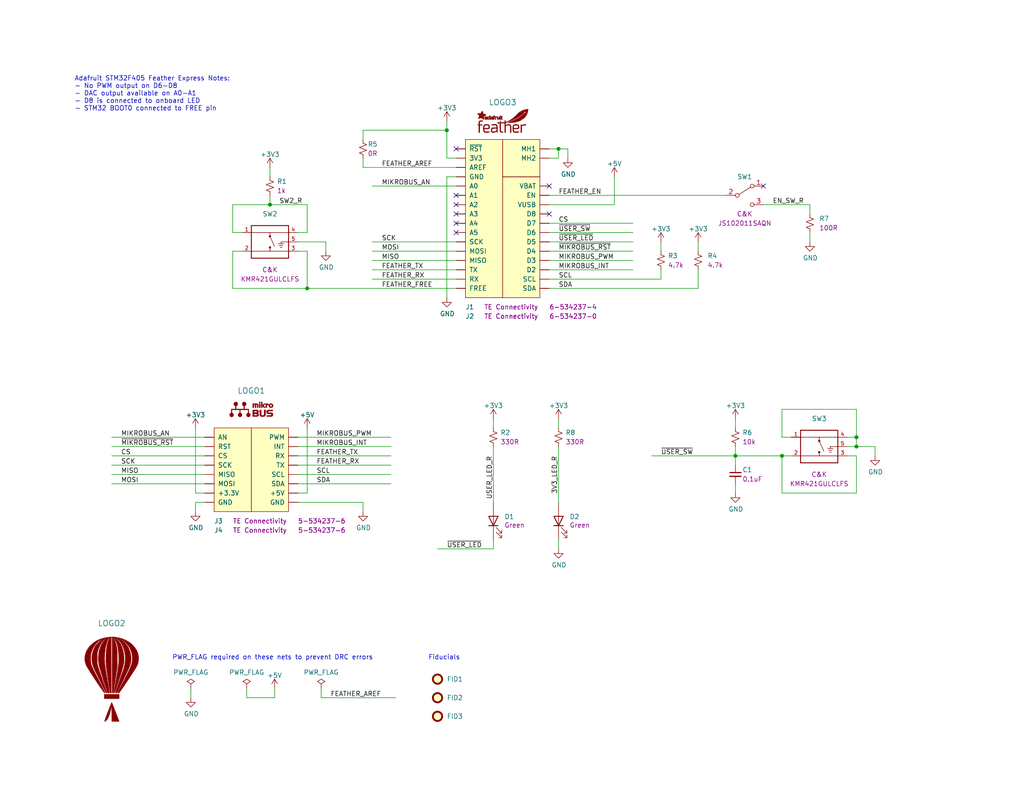
<source format=kicad_sch>
(kicad_sch (version 20210126) (generator eeschema)
  (paper "USLetter")
  (title_block (title "Feather mikroBUS V1") (date "2020-03-13") (rev "1") (company "Flying Camp Design") (comment 1 "https://FlyingCamp.Design") (comment 2 "© 2020 Flying Camp Design") (comment 3 "Licensed under CERN-OHL-P version 2"))
  (lib_symbols
    (symbol "Flying_Camp_Design:+3.3V" (power) (pin_names (offset 0))
      (property "Value" "+3.3V" (at 0 3.556 0))
      (symbol "+3.3V_1_1"
        (pin power_in line (at 0 0 90) (length 0) hide (name "+3V3") (number "1"))
      )
    )
    (symbol "Flying_Camp_Design:+5V" (power) (pin_names (offset 0))
      (property "Value" "+5V" (at 0 3.556 0))
      (symbol "+5V_1_1"
        (pin power_in line (at 0 0 90) (length 0) hide (name "+5V") (number "1"))
      )
    )
    (symbol "Flying_Camp_Design:Adafruit_Feather_logo_13.87x6.33mm_silkscreen" (pin_names (offset 1.016)))
    (symbol "Flying_Camp_Design:Adafruit_Feather_socket_header_left_pth" (pin_numbers hide) (pin_names (offset 1.016))
      (property "Reference" "J" (at 0 22.86 0))
      (property "Manufacturer" "TE Connectivity" (at 0 -25.4 0))
      (property "Manufacturer Part Number" "6-534237-4" (at 0 -27.94 0))
      (symbol "Adafruit_Feather_socket_header_left_pth_0_0"
        (pin power_out line (at -7.62 15.24 0) (length 2.54) (name "3V3") (number "3V3"))
        (pin passive line (at -7.62 7.62 0) (length 2.54) (name "A0") (number "A0"))
        (pin passive line (at -7.62 5.08 0) (length 2.54) (name "A1") (number "A1"))
        (pin passive line (at -7.62 2.54 0) (length 2.54) (name "A2") (number "A2"))
        (pin passive line (at -7.62 0 0) (length 2.54) (name "A3") (number "A3"))
        (pin passive line (at -7.62 -2.54 0) (length 2.54) (name "A4") (number "A4"))
        (pin passive line (at -7.62 -5.08 0) (length 2.54) (name "A5") (number "A5"))
        (pin power_in line (at -7.62 12.7 0) (length 2.54) (name "AREF") (number "AREF"))
        (pin passive line (at -7.62 -20.32 0) (length 2.54) (name "FREE") (number "FREE"))
        (pin power_in line (at -7.62 10.16 0) (length 2.54) (name "GND") (number "GND"))
        (pin passive line (at -7.62 -12.7 0) (length 2.54) (name "MISO") (number "MISO"))
        (pin passive line (at -7.62 -10.16 0) (length 2.54) (name "MOSI") (number "MOSI"))
        (pin passive line (at -7.62 -17.78 0) (length 2.54) (name "RX") (number "RX"))
        (pin passive line (at -7.62 -7.62 0) (length 2.54) (name "SCK") (number "SCK"))
        (pin passive line (at -7.62 -15.24 0) (length 2.54) (name "TX") (number "TX"))
        (pin passive line (at -7.62 17.78 0) (length 2.54) (name "~RST") (number "~RST"))
      )
    )
    (symbol "Flying_Camp_Design:Adafruit_Feather_socket_header_right_pth" (pin_numbers hide) (pin_names (offset 1.016))
      (property "Reference" "J" (at 0 17.78 0))
      (property "Manufacturer" "TE Connectivity" (at 0 -20.32 0))
      (property "Manufacturer Part Number" "6-534237-0" (at 0 -22.86 0))
      (symbol "Adafruit_Feather_socket_header_right_pth_0_0"
        (pin passive line (at 7.62 -10.16 180) (length 2.54) (name "D2") (number "D2"))
        (pin passive line (at 7.62 -7.62 180) (length 2.54) (name "D3") (number "D3"))
        (pin passive line (at 7.62 -5.08 180) (length 2.54) (name "D4") (number "D4"))
        (pin passive line (at 7.62 -2.54 180) (length 2.54) (name "D5") (number "D5"))
        (pin passive line (at 7.62 0 180) (length 2.54) (name "D6") (number "D6"))
        (pin passive line (at 7.62 2.54 180) (length 2.54) (name "D7") (number "D7"))
        (pin passive line (at 7.62 5.08 180) (length 2.54) (name "D8") (number "D8"))
        (pin passive line (at 7.62 10.16 180) (length 2.54) (name "EN") (number "EN"))
        (pin passive line (at 7.62 -12.7 180) (length 2.54) (name "SCL") (number "SCL"))
        (pin passive line (at 7.62 -15.24 180) (length 2.54) (name "SDA") (number "SDA"))
        (pin power_in line (at 7.62 12.7 180) (length 2.54) (name "VBAT") (number "VBAT"))
        (pin power_in line (at 7.62 7.62 180) (length 2.54) (name "VUSB") (number "VUSB"))
      )
    )
    (symbol "Flying_Camp_Design:Adafruit_Feather_socket_mounting_holes" (pin_numbers hide) (pin_names (offset 1.016))
      (symbol "Adafruit_Feather_socket_mounting_holes_0_0"
        (pin passive line (at 7.62 2.54 180) (length 2.54) (name "MH1") (number "MH1"))
        (pin passive line (at 7.62 0 180) (length 2.54) (name "MH2") (number "MH2"))
      )
    )
    (symbol "Flying_Camp_Design:C_and_K_JS102011SAQN" (pin_names (offset 0) hide)
      (property "Reference" "SW" (at 0 4.318 0))
      (property "Manufacturer" "C&K" (at 0 -5.08 0))
      (property "Manufacturer Part Number" "JS102011SAQN" (at 0 -7.62 0))
      (symbol "C_and_K_JS102011SAQN_1_1"
        (pin passive line (at 5.08 2.54 180) (length 2.54) (name "A") (number "1"))
        (pin passive line (at -5.08 0 0) (length 2.54) (name "B") (number "2"))
        (pin passive line (at 5.08 -2.54 180) (length 2.54) (name "C") (number "3"))
      )
    )
    (symbol "Flying_Camp_Design:C_and_K_KMR421GULCLFS" (pin_names (offset 1.016) hide)
      (property "Reference" "SW" (at 0 7.62 0))
      (property "Manufacturer" "C&K" (at 0 -7.62 0))
      (property "Manufacturer Part Number" "KMR421GULCLFS" (at 0 -10.16 0))
      (symbol "C_and_K_KMR421GULCLFS_0_0"
        (pin passive line (at -7.62 2.54 0) (length 2.54) (name "1") (number "1"))
        (pin passive line (at -7.62 -2.54 0) (length 2.54) (name "2") (number "2"))
        (pin passive line (at 7.62 -2.54 180) (length 2.54) (name "3") (number "3"))
        (pin passive line (at 7.62 2.54 180) (length 2.54) (name "4") (number "4"))
        (pin power_in line (at 7.62 0 180) (length 2.54) (name "G") (number "5"))
      )
    )
    (symbol "Flying_Camp_Design:Fiducial_1mm_Mask2mm"
      (property "Reference" "FID" (at 0 2.54 0))
    )
    (symbol "Flying_Camp_Design:Flying_Camp_Design_logo_7.35x11mm_silkscreen" (pin_names (offset 1.016)))
    (symbol "Flying_Camp_Design:GND" (power) (pin_names (offset 0))
      (property "Value" "GND" (at 0 -3.81 0))
      (symbol "GND_1_1"
        (pin power_in line (at 0 0 270) (length 0) hide (name "GND") (number "1"))
      )
    )
    (symbol "Flying_Camp_Design:Lite-On_LTST-C193KGKT-5A" (pin_numbers hide) (pin_names (offset 1.016) hide)
      (property "Reference" "D" (at 0 2.54 0))
      (property "Color" "Green" (at 0 -3.81 0))
      (symbol "Lite-On_LTST-C193KGKT-5A_1_1"
        (pin passive line (at -5.08 0 0) (length 3.81) (name "K") (number "1"))
        (pin passive line (at 5.08 0 180) (length 3.81) (name "A") (number "2"))
      )
    )
    (symbol "Flying_Camp_Design:Murata_GRM188R72A104KA35D" (pin_numbers hide) (pin_names (offset 0.254) hide)
      (property "Reference" "C" (at 0.254 1.778 0))
      (property "Capacitance" "0.1uF" (at 0.254 -2.032 0))
      (symbol "Murata_GRM188R72A104KA35D_1_1"
        (pin passive line (at 0 2.54 270) (length 2.032) (name "~") (number "1"))
        (pin passive line (at 0 -2.54 90) (length 2.032) (name "~") (number "2"))
      )
    )
    (symbol "Flying_Camp_Design:PWR_FLAG" (power) (pin_numbers hide) (pin_names (offset 0) hide)
      (property "Value" "PWR_FLAG" (at 0 3.81 0))
      (symbol "PWR_FLAG_0_0"
        (pin power_out line (at 0 0 90) (length 0) (name "pwr") (number "1"))
      )
    )
    (symbol "Flying_Camp_Design:Yageo_RC0603JR-070RL" (pin_numbers hide) (pin_names (offset 0.254) hide)
      (property "Reference" "R" (at 1.27 0.635 0))
      (property "Resistance" "0R" (at 1.27 -1.27 0))
      (symbol "Yageo_RC0603JR-070RL_1_1"
        (pin passive line (at 0 2.54 270) (length 1.016) (name "~") (number "1"))
        (pin passive line (at 0 -2.54 90) (length 1.016) (name "~") (number "2"))
      )
    )
    (symbol "Flying_Camp_Design:Yageo_RC0603JR-07100RL" (pin_numbers hide) (pin_names (offset 0.254) hide)
      (property "Reference" "R" (at 1.27 0.635 0))
      (property "Resistance" "100R" (at 1.27 -1.27 0))
      (symbol "Yageo_RC0603JR-07100RL_1_1"
        (pin passive line (at 0 2.54 270) (length 1.016) (name "~") (number "1"))
        (pin passive line (at 0 -2.54 90) (length 1.016) (name "~") (number "2"))
      )
    )
    (symbol "Flying_Camp_Design:Yageo_RC0603JR-0710KL" (pin_numbers hide) (pin_names (offset 0.254) hide)
      (property "Reference" "R" (at 1.27 0.635 0))
      (property "Resistance" "10k" (at 1.27 -1.27 0))
      (symbol "Yageo_RC0603JR-0710KL_1_1"
        (pin passive line (at 0 2.54 270) (length 1.016) (name "~") (number "1"))
        (pin passive line (at 0 -2.54 90) (length 1.016) (name "~") (number "2"))
      )
    )
    (symbol "Flying_Camp_Design:Yageo_RC0603JR-071KL" (pin_numbers hide) (pin_names (offset 0.254) hide)
      (property "Reference" "R" (at 1.27 0.635 0))
      (property "Resistance" "1k" (at 1.27 -1.27 0))
      (symbol "Yageo_RC0603JR-071KL_1_1"
        (pin passive line (at 0 2.54 270) (length 1.016) (name "~") (number "1"))
        (pin passive line (at 0 -2.54 90) (length 1.016) (name "~") (number "2"))
      )
    )
    (symbol "Flying_Camp_Design:Yageo_RC0603JR-07330RL" (pin_numbers hide) (pin_names (offset 0.254) hide)
      (property "Reference" "R" (at 1.27 0.635 0))
      (property "Resistance" "330R" (at 1.27 -1.27 0))
      (symbol "Yageo_RC0603JR-07330RL_1_1"
        (pin passive line (at 0 2.54 270) (length 1.016) (name "~") (number "1"))
        (pin passive line (at 0 -2.54 90) (length 1.016) (name "~") (number "2"))
      )
    )
    (symbol "Flying_Camp_Design:Yageo_RC0603JR-074K7L" (pin_numbers hide) (pin_names (offset 0.254) hide)
      (property "Reference" "R" (at 1.27 0.635 0))
      (property "Resistance" "4.7k" (at 1.27 -1.27 0))
      (symbol "Yageo_RC0603JR-074K7L_1_1"
        (pin passive line (at 0 2.54 270) (length 1.016) (name "~") (number "1"))
        (pin passive line (at 0 -2.54 90) (length 1.016) (name "~") (number "2"))
      )
    )
    (symbol "Flying_Camp_Design:mikroBUS-Logo_11.9x4.1mm_SilkScreen" (pin_names (offset 1.016)))
    (symbol "Flying_Camp_Design:mikroBUS_socket_header_left_pth" (pin_numbers hide) (pin_names (offset 1.016))
      (property "Reference" "J" (at 0 12.7 0))
      (property "Manufacturer" "TE Connectivity" (at 0 -15.24 0))
      (property "Manufacturer Part Number" "5-534237-6" (at 0 -17.78 0))
      (symbol "mikroBUS_socket_header_left_pth_0_0"
        (pin power_in line (at -7.62 -7.62 0) (length 2.54) (name "+3.3V") (number "+3.3V"))
        (pin passive line (at -7.62 7.62 0) (length 2.54) (name "AN") (number "AN"))
        (pin passive line (at -7.62 2.54 0) (length 2.54) (name "CS") (number "CS"))
        (pin power_in line (at -7.62 -10.16 0) (length 2.54) (name "GND") (number "GND"))
        (pin passive line (at -7.62 -2.54 0) (length 2.54) (name "MISO") (number "MISO"))
        (pin passive line (at -7.62 -5.08 0) (length 2.54) (name "MOSI") (number "MOSI"))
        (pin passive line (at -7.62 5.08 0) (length 2.54) (name "RST") (number "RST"))
        (pin passive line (at -7.62 0 0) (length 2.54) (name "SCK") (number "SCK"))
      )
    )
    (symbol "Flying_Camp_Design:mikroBUS_socket_header_right_pth" (pin_numbers hide) (pin_names (offset 1.016))
      (property "Reference" "J" (at 0 12.7 0))
      (property "Manufacturer" "TE Connectivity" (at 0 -15.24 0))
      (property "Manufacturer Part Number" "5-534237-6" (at 0 -17.78 0))
      (symbol "mikroBUS_socket_header_right_pth_0_0"
        (pin power_in line (at 7.62 -7.62 180) (length 2.54) (name "+5V") (number "+5V"))
        (pin power_in line (at 7.62 -10.16 180) (length 2.54) (name "GND") (number "GND"))
        (pin passive line (at 7.62 5.08 180) (length 2.54) (name "INT") (number "INT"))
        (pin passive line (at 7.62 7.62 180) (length 2.54) (name "PWM") (number "PWM"))
        (pin passive line (at 7.62 2.54 180) (length 2.54) (name "RX") (number "RX"))
        (pin passive line (at 7.62 -2.54 180) (length 2.54) (name "SCL") (number "SCL"))
        (pin passive line (at 7.62 -5.08 180) (length 2.54) (name "SDA") (number "SDA"))
        (pin passive line (at 7.62 0 180) (length 2.54) (name "TX") (number "TX"))
      )
    )
  )
  (junction (at 73.66 55.88) (diameter 0.9144))
  (junction (at 83.82 78.74) (diameter 0.9144))
  (junction (at 121.92 35.56) (diameter 0.9144))
  (junction (at 152.4 40.64) (diameter 0.9144))
  (junction (at 200.66 124.46) (diameter 0.9144))
  (junction (at 213.36 124.46) (diameter 0.9144))
  (junction (at 233.68 119.38) (diameter 0.9144))
  (junction (at 233.68 121.92) (diameter 0.9144))
  (no_connect (at 124.46 40.64))
  (no_connect (at 124.46 53.34))
  (no_connect (at 124.46 55.88))
  (no_connect (at 124.46 58.42))
  (no_connect (at 124.46 60.96))
  (no_connect (at 124.46 63.5))
  (no_connect (at 149.86 50.8))
  (no_connect (at 149.86 58.42))
  (no_connect (at 208.28 50.8))
  (wire (pts (xy 52.07 187.96) (xy 52.07 190.5)))
  (wire (pts (xy 53.34 134.62) (xy 53.34 116.84)))
  (wire (pts (xy 53.34 137.16) (xy 53.34 139.7)))
  (wire (pts (xy 55.88 119.38) (xy 30.48 119.38)))
  (wire (pts (xy 55.88 121.92) (xy 30.48 121.92)))
  (wire (pts (xy 55.88 124.46) (xy 30.48 124.46)))
  (wire (pts (xy 55.88 127) (xy 30.48 127)))
  (wire (pts (xy 55.88 129.54) (xy 30.48 129.54)))
  (wire (pts (xy 55.88 132.08) (xy 30.48 132.08)))
  (wire (pts (xy 55.88 134.62) (xy 53.34 134.62)))
  (wire (pts (xy 55.88 137.16) (xy 53.34 137.16)))
  (wire (pts (xy 63.5 55.88) (xy 73.66 55.88)))
  (wire (pts (xy 63.5 63.5) (xy 63.5 55.88)))
  (wire (pts (xy 63.5 63.5) (xy 66.04 63.5)))
  (wire (pts (xy 63.5 68.58) (xy 66.04 68.58)))
  (wire (pts (xy 63.5 78.74) (xy 63.5 68.58)))
  (wire (pts (xy 67.31 187.96) (xy 67.31 190.5)))
  (wire (pts (xy 67.31 190.5) (xy 74.93 190.5)))
  (wire (pts (xy 73.66 45.72) (xy 73.66 48.26)))
  (wire (pts (xy 73.66 53.34) (xy 73.66 55.88)))
  (wire (pts (xy 73.66 55.88) (xy 83.82 55.88)))
  (wire (pts (xy 74.93 190.5) (xy 74.93 187.96)))
  (wire (pts (xy 81.28 66.04) (xy 88.9 66.04)))
  (wire (pts (xy 81.28 68.58) (xy 83.82 68.58)))
  (wire (pts (xy 81.28 119.38) (xy 106.68 119.38)))
  (wire (pts (xy 81.28 121.92) (xy 106.68 121.92)))
  (wire (pts (xy 81.28 124.46) (xy 106.68 124.46)))
  (wire (pts (xy 81.28 127) (xy 106.68 127)))
  (wire (pts (xy 81.28 129.54) (xy 106.68 129.54)))
  (wire (pts (xy 81.28 132.08) (xy 106.68 132.08)))
  (wire (pts (xy 81.28 134.62) (xy 83.82 134.62)))
  (wire (pts (xy 81.28 137.16) (xy 99.06 137.16)))
  (wire (pts (xy 83.82 55.88) (xy 83.82 63.5)))
  (wire (pts (xy 83.82 63.5) (xy 81.28 63.5)))
  (wire (pts (xy 83.82 68.58) (xy 83.82 78.74)))
  (wire (pts (xy 83.82 78.74) (xy 63.5 78.74)))
  (wire (pts (xy 83.82 78.74) (xy 124.46 78.74)))
  (wire (pts (xy 83.82 134.62) (xy 83.82 116.84)))
  (wire (pts (xy 87.63 187.96) (xy 87.63 190.5)))
  (wire (pts (xy 87.63 190.5) (xy 107.95 190.5)))
  (wire (pts (xy 88.9 66.04) (xy 88.9 68.58)))
  (wire (pts (xy 99.06 35.56) (xy 121.92 35.56)))
  (wire (pts (xy 99.06 38.1) (xy 99.06 35.56)))
  (wire (pts (xy 99.06 43.18) (xy 99.06 45.72)))
  (wire (pts (xy 99.06 45.72) (xy 124.46 45.72)))
  (wire (pts (xy 99.06 137.16) (xy 99.06 139.7)))
  (wire (pts (xy 121.92 35.56) (xy 121.92 33.02)))
  (wire (pts (xy 121.92 43.18) (xy 121.92 35.56)))
  (wire (pts (xy 121.92 48.26) (xy 121.92 81.28)))
  (wire (pts (xy 124.46 43.18) (xy 121.92 43.18)))
  (wire (pts (xy 124.46 48.26) (xy 121.92 48.26)))
  (wire (pts (xy 124.46 50.8) (xy 101.6 50.8)))
  (wire (pts (xy 124.46 66.04) (xy 101.6 66.04)))
  (wire (pts (xy 124.46 68.58) (xy 101.6 68.58)))
  (wire (pts (xy 124.46 71.12) (xy 101.6 71.12)))
  (wire (pts (xy 124.46 73.66) (xy 101.6 73.66)))
  (wire (pts (xy 124.46 76.2) (xy 101.6 76.2)))
  (wire (pts (xy 134.62 116.84) (xy 134.62 114.3)))
  (wire (pts (xy 134.62 137.16) (xy 134.62 121.92)))
  (wire (pts (xy 134.62 147.32) (xy 134.62 149.86)))
  (wire (pts (xy 134.62 149.86) (xy 119.38 149.86)))
  (wire (pts (xy 149.86 40.64) (xy 152.4 40.64)))
  (wire (pts (xy 149.86 43.18) (xy 152.4 43.18)))
  (wire (pts (xy 149.86 53.34) (xy 198.12 53.34)))
  (wire (pts (xy 149.86 55.88) (xy 167.64 55.88)))
  (wire (pts (xy 149.86 60.96) (xy 172.72 60.96)))
  (wire (pts (xy 149.86 63.5) (xy 172.72 63.5)))
  (wire (pts (xy 149.86 66.04) (xy 172.72 66.04)))
  (wire (pts (xy 149.86 68.58) (xy 172.72 68.58)))
  (wire (pts (xy 149.86 71.12) (xy 172.72 71.12)))
  (wire (pts (xy 149.86 73.66) (xy 172.72 73.66)))
  (wire (pts (xy 149.86 76.2) (xy 180.34 76.2)))
  (wire (pts (xy 149.86 78.74) (xy 190.5 78.74)))
  (wire (pts (xy 152.4 40.64) (xy 152.4 43.18)))
  (wire (pts (xy 152.4 40.64) (xy 154.94 40.64)))
  (wire (pts (xy 152.4 116.84) (xy 152.4 114.3)))
  (wire (pts (xy 152.4 137.16) (xy 152.4 121.92)))
  (wire (pts (xy 152.4 147.32) (xy 152.4 149.86)))
  (wire (pts (xy 154.94 40.64) (xy 154.94 43.18)))
  (wire (pts (xy 167.64 55.88) (xy 167.64 48.26)))
  (wire (pts (xy 180.34 68.58) (xy 180.34 66.04)))
  (wire (pts (xy 180.34 73.66) (xy 180.34 76.2)))
  (wire (pts (xy 190.5 68.58) (xy 190.5 66.04)))
  (wire (pts (xy 190.5 73.66) (xy 190.5 78.74)))
  (wire (pts (xy 200.66 114.3) (xy 200.66 116.84)))
  (wire (pts (xy 200.66 121.92) (xy 200.66 124.46)))
  (wire (pts (xy 200.66 124.46) (xy 177.8 124.46)))
  (wire (pts (xy 200.66 124.46) (xy 200.66 127)))
  (wire (pts (xy 200.66 124.46) (xy 213.36 124.46)))
  (wire (pts (xy 200.66 132.08) (xy 200.66 134.62)))
  (wire (pts (xy 208.28 55.88) (xy 220.98 55.88)))
  (wire (pts (xy 213.36 111.76) (xy 213.36 119.38)))
  (wire (pts (xy 213.36 111.76) (xy 233.68 111.76)))
  (wire (pts (xy 213.36 119.38) (xy 215.9 119.38)))
  (wire (pts (xy 213.36 124.46) (xy 215.9 124.46)))
  (wire (pts (xy 213.36 134.62) (xy 213.36 124.46)))
  (wire (pts (xy 213.36 134.62) (xy 233.68 134.62)))
  (wire (pts (xy 220.98 55.88) (xy 220.98 58.42)))
  (wire (pts (xy 220.98 63.5) (xy 220.98 66.04)))
  (wire (pts (xy 231.14 119.38) (xy 233.68 119.38)))
  (wire (pts (xy 231.14 121.92) (xy 233.68 121.92)))
  (wire (pts (xy 231.14 124.46) (xy 233.68 124.46)))
  (wire (pts (xy 233.68 119.38) (xy 233.68 111.76)))
  (wire (pts (xy 233.68 121.92) (xy 233.68 119.38)))
  (wire (pts (xy 233.68 121.92) (xy 238.76 121.92)))
  (wire (pts (xy 233.68 124.46) (xy 233.68 134.62)))
  (wire (pts (xy 238.76 121.92) (xy 238.76 124.46)))
  (text "Adafruit STM32F405 Feather Express Notes:\n- No PWM output on D6-D8\n- DAC output available on A0-A1\n- D8 is connected to onboard LED\n- STM32 BOOT0 connected to FREE pin" (at 20.32 30.48 0) (effects (font (size 1.27 1.27)) (justify left bottom)))
  (text "PWR_FLAG required on these nets to prevent DRC errors" (at 46.99 180.34 0) (effects (font (size 1.27 1.27)) (justify left bottom)))
  (text "Fiducials" (at 116.84 180.34 0) (effects (font (size 1.27 1.27)) (justify left bottom)))
  (label "MIKROBUS_AN" (at 33.02 119.38 0))
  (label "~MIKROBUS_RST" (at 33.02 121.92 0))
  (label "CS" (at 33.02 124.46 0))
  (label "SCK" (at 33.02 127 0))
  (label "MISO" (at 33.02 129.54 0))
  (label "MOSI" (at 33.02 132.08 0))
  (label "SW2_R" (at 76.2 55.88 0))
  (label "MIKROBUS_PWM" (at 86.36 119.38 0))
  (label "MIKROBUS_INT" (at 86.36 121.92 0))
  (label "FEATHER_TX" (at 86.36 124.46 0))
  (label "FEATHER_RX" (at 86.36 127 0))
  (label "SCL" (at 86.36 129.54 0))
  (label "SDA" (at 86.36 132.08 0))
  (label "FEATHER_AREF" (at 90.17 190.5 0))
  (label "FEATHER_AREF" (at 104.14 45.72 0))
  (label "MIKROBUS_AN" (at 104.14 50.8 0))
  (label "SCK" (at 104.14 66.04 0))
  (label "MOSI" (at 104.14 68.58 0))
  (label "MISO" (at 104.14 71.12 0))
  (label "FEATHER_TX" (at 104.14 73.66 0))
  (label "FEATHER_RX" (at 104.14 76.2 0))
  (label "FEATHER_FREE" (at 104.14 78.74 0))
  (label "~USER_LED" (at 121.92 149.86 0))
  (label "USER_LED_R" (at 134.62 124.46 270))
  (label "FEATHER_EN" (at 152.4 53.34 0))
  (label "CS" (at 152.4 60.96 0))
  (label "~USER_SW" (at 152.4 63.5 0))
  (label "~USER_LED" (at 152.4 66.04 0))
  (label "~MIKROBUS_RST" (at 152.4 68.58 0))
  (label "MIKROBUS_PWM" (at 152.4 71.12 0))
  (label "MIKROBUS_INT" (at 152.4 73.66 0))
  (label "SCL" (at 152.4 76.2 0))
  (label "SDA" (at 152.4 78.74 0))
  (label "3V3_LED_R" (at 152.4 124.46 270))
  (label "~USER_SW" (at 180.34 124.46 0))
  (label "EN_SW_R" (at 210.82 55.88 0))
  (symbol (lib_id "Flying_Camp_Design:PWR_FLAG") (at 52.07 187.96 0) (unit 1)
    (property "Reference" "#FLG?" (effects hide))
    (property "Value" "PWR_FLAG" (at 52.07 183.5658 0))
  )
  (symbol (lib_id "Flying_Camp_Design:PWR_FLAG") (at 67.31 187.96 0) (unit 1)
    (property "Reference" "#FLG?" (effects hide))
    (property "Value" "PWR_FLAG" (at 67.31 183.5658 0))
  )
  (symbol (lib_id "Flying_Camp_Design:PWR_FLAG") (at 87.63 187.96 0) (unit 1)
    (property "Reference" "#FLG?" (effects hide))
    (property "Value" "PWR_FLAG" (at 87.63 183.5658 0))
  )
  (symbol (lib_id "Flying_Camp_Design:+3.3V") (at 53.34 116.84 0) (unit 1)
    (property "Reference" "#PWR09" (effects hide))
    (property "Value" "+3.3V" (at 53.34 113.284 0))
  )
  (symbol (lib_id "Flying_Camp_Design:+3.3V") (at 73.66 45.72 0) (unit 1)
    (property "Reference" "#PWR0103" (effects hide))
    (property "Value" "+3.3V" (at 73.66 42.164 0))
  )
  (symbol (lib_id "Flying_Camp_Design:+5V") (at 74.93 187.96 0) (unit 1)
    (property "Reference" "#PWR0102" (effects hide))
    (property "Value" "+5V" (at 74.93 184.404 0))
  )
  (symbol (lib_id "Flying_Camp_Design:+5V") (at 83.82 116.84 0) (unit 1)
    (property "Reference" "#PWR011" (effects hide))
    (property "Value" "+5V" (at 83.82 113.284 0))
  )
  (symbol (lib_id "Flying_Camp_Design:+3.3V") (at 121.92 33.02 0) (unit 1)
    (property "Reference" "#PWR02" (effects hide))
    (property "Value" "+3.3V" (at 121.92 29.464 0))
  )
  (symbol (lib_id "Flying_Camp_Design:+3.3V") (at 134.62 114.3 0) (unit 1)
    (property "Reference" "#PWR0109" (effects hide))
    (property "Value" "+3.3V" (at 134.62 110.744 0))
  )
  (symbol (lib_id "Flying_Camp_Design:+3.3V") (at 152.4 114.3 0) (unit 1)
    (property "Reference" "#PWR0110" (effects hide))
    (property "Value" "+3.3V" (at 152.4 110.744 0))
  )
  (symbol (lib_id "Flying_Camp_Design:+5V") (at 167.64 48.26 0) (unit 1)
    (property "Reference" "#PWR05" (effects hide))
    (property "Value" "+5V" (at 167.64 44.704 0))
  )
  (symbol (lib_id "Flying_Camp_Design:+3.3V") (at 180.34 66.04 0) (unit 1)
    (property "Reference" "#PWR07" (effects hide))
    (property "Value" "+3.3V" (at 180.34 62.484 0))
  )
  (symbol (lib_id "Flying_Camp_Design:+3.3V") (at 190.5 66.04 0) (unit 1)
    (property "Reference" "#PWR08" (effects hide))
    (property "Value" "+3.3V" (at 190.5 62.484 0))
  )
  (symbol (lib_id "Flying_Camp_Design:+3.3V") (at 200.66 114.3 0) (unit 1)
    (property "Reference" "#PWR0107" (effects hide))
    (property "Value" "+3.3V" (at 200.66 110.744 0))
  )
  (symbol (lib_id "Flying_Camp_Design:GND") (at 52.07 190.5 0) (unit 1)
    (property "Reference" "#PWR?" (effects hide))
    (property "Value" "GND" (at 52.197 194.8942 0))
  )
  (symbol (lib_id "Flying_Camp_Design:GND") (at 53.34 139.7 0) (unit 1)
    (property "Reference" "#PWR?" (effects hide))
    (property "Value" "GND" (at 53.467 144.0942 0))
  )
  (symbol (lib_id "Flying_Camp_Design:GND") (at 88.9 68.58 0) (unit 1)
    (property "Reference" "#PWR?" (effects hide))
    (property "Value" "GND" (at 89.027 72.9742 0))
  )
  (symbol (lib_id "Flying_Camp_Design:GND") (at 99.06 139.7 0) (unit 1)
    (property "Reference" "#PWR?" (effects hide))
    (property "Value" "GND" (at 99.187 144.0942 0))
  )
  (symbol (lib_id "Flying_Camp_Design:GND") (at 121.92 81.28 0) (unit 1)
    (property "Reference" "#PWR?" (effects hide))
    (property "Value" "GND" (at 122.047 85.6742 0))
  )
  (symbol (lib_id "Flying_Camp_Design:GND") (at 152.4 149.86 0) (unit 1)
    (property "Reference" "#PWR?" (effects hide))
    (property "Value" "GND" (at 152.527 154.2542 0))
  )
  (symbol (lib_id "Flying_Camp_Design:GND") (at 154.94 43.18 0) (unit 1)
    (property "Reference" "#PWR?" (effects hide))
    (property "Value" "GND" (at 155.067 47.5742 0))
  )
  (symbol (lib_id "Flying_Camp_Design:GND") (at 200.66 134.62 0) (unit 1)
    (property "Reference" "#PWR?" (effects hide))
    (property "Value" "GND" (at 200.787 139.0142 0))
  )
  (symbol (lib_id "Flying_Camp_Design:GND") (at 220.98 66.04 0) (unit 1)
    (property "Reference" "#PWR?" (effects hide))
    (property "Value" "GND" (at 221.107 70.4342 0))
  )
  (symbol (lib_id "Flying_Camp_Design:GND") (at 238.76 124.46 0) (unit 1)
    (property "Reference" "#PWR?" (effects hide))
    (property "Value" "GND" (at 238.887 128.8542 0))
  )
  (symbol (lib_id "Flying_Camp_Design:Fiducial_1mm_Mask2mm") (at 119.38 185.42 0) (unit 1)
    (property "Reference" "FID1" (at 121.92 185.42 0) (effects (justify left)))
    (property "Value" "Fiducial_1mm_Mask2mm" (effects hide))
    (property "Footprint" "Flying_Camp_Design:Fiducial_1mm_Mask2mm" (effects hide))
  )
  (symbol (lib_id "Flying_Camp_Design:Fiducial_1mm_Mask2mm") (at 119.38 190.5 0) (unit 1)
    (property "Reference" "FID2" (at 121.92 190.5 0) (effects (justify left)))
    (property "Value" "Fiducial_1mm_Mask2mm" (effects hide))
    (property "Footprint" "Flying_Camp_Design:Fiducial_1mm_Mask2mm" (effects hide))
  )
  (symbol (lib_id "Flying_Camp_Design:Fiducial_1mm_Mask2mm") (at 119.38 195.58 0) (unit 1)
    (property "Reference" "FID3" (at 121.92 195.58 0) (effects (justify left)))
    (property "Value" "Fiducial_1mm_Mask2mm" (effects hide))
    (property "Footprint" "Flying_Camp_Design:Fiducial_1mm_Mask2mm" (effects hide))
  )
  (symbol (lib_id "Flying_Camp_Design:Yageo_RC0603JR-071KL") (at 73.66 50.8 0) (unit 1)
    (property "Reference" "R1" (at 75.565 49.53 0) (effects (justify left)))
    (property "Value" "Yageo_RC0603JR-071KL" (effects hide))
    (property "Footprint" "Flying_Camp_Design:R_0603_1608Metric" (effects hide))
    (property "Datasheet" "https://www.yageo.com/upload/media/product/productsearch/datasheet/rchip/PYu-RC_Group_51_RoHS_L_10.pdf" (effects hide))
    (property "Manufacturer" "Yageo" (effects hide))
    (property "Manufacturer Part Number" "RC0603JR-071KL" (effects hide))
    (property "Vendor" "Digi-Key" (effects hide))
    (property "Vendor Part Number" "311-1.0KGRCT-ND" (effects hide))
    (property "Vendor URL" "https://www.digikey.com/short/z355tv" (effects hide))
    (property "Resistance" "1k" (at 75.565 52.07 0) (effects (justify left)))
  )
  (symbol (lib_id "Flying_Camp_Design:Yageo_RC0603JR-070RL") (at 99.06 40.64 0) (unit 1)
    (property "Reference" "R5" (at 100.33 39.37 0) (effects (justify left)))
    (property "Value" "Yageo_RC0603JR-070RL" (effects hide))
    (property "Footprint" "Flying_Camp_Design:R_0603_1608Metric" (effects hide))
    (property "Datasheet" "https://www.yageo.com/upload/media/product/productsearch/datasheet/rchip/PYu-RC_Group_51_RoHS_L_10.pdf" (effects hide))
    (property "Manufacturer" "Yageo" (effects hide))
    (property "Manufacturer Part Number" "RC0603JR-070RL" (effects hide))
    (property "Vendor" "Digi-Key" (effects hide))
    (property "Vendor Part Number" "311-0.0GRCT-ND" (effects hide))
    (property "Vendor URL" "https://www.digikey.com/short/z3b8n5" (effects hide))
    (property "Resistance" "0R" (at 100.33 41.91 0) (effects (justify left)))
  )
  (symbol (lib_id "Flying_Camp_Design:Yageo_RC0603JR-07330RL") (at 134.62 119.38 0) (unit 1)
    (property "Reference" "R2" (at 136.525 118.11 0) (effects (justify left)))
    (property "Value" "Yageo_RC0603JR-07330RL" (effects hide))
    (property "Footprint" "Flying_Camp_Design:R_0603_1608Metric" (effects hide))
    (property "Datasheet" "https://www.yageo.com/upload/media/product/productsearch/datasheet/rchip/PYu-RC_Group_51_RoHS_L_10.pdf" (effects hide))
    (property "Manufacturer" "Yageo" (effects hide))
    (property "Manufacturer Part Number" "RC0603JR-07330RL" (effects hide))
    (property "Vendor" "Digi-Key" (effects hide))
    (property "Vendor Part Number" "311-330GRCT-ND" (effects hide))
    (property "Vendor URL" "https://www.digikey.com/short/z355qt" (effects hide))
    (property "Resistance" "330R" (at 136.525 120.65 0) (effects (justify left)))
  )
  (symbol (lib_id "Flying_Camp_Design:Yageo_RC0603JR-07330RL") (at 152.4 119.38 0) (unit 1)
    (property "Reference" "R8" (at 154.305 118.11 0) (effects (justify left)))
    (property "Value" "Yageo_RC0603JR-07330RL" (effects hide))
    (property "Footprint" "Flying_Camp_Design:R_0603_1608Metric" (effects hide))
    (property "Datasheet" "https://www.yageo.com/upload/media/product/productsearch/datasheet/rchip/PYu-RC_Group_51_RoHS_L_10.pdf" (effects hide))
    (property "Manufacturer" "Yageo" (effects hide))
    (property "Manufacturer Part Number" "RC0603JR-07330RL" (effects hide))
    (property "Vendor" "Digi-Key" (effects hide))
    (property "Vendor Part Number" "311-330GRCT-ND" (effects hide))
    (property "Vendor URL" "https://www.digikey.com/short/z355qt" (effects hide))
    (property "Resistance" "330R" (at 154.305 120.65 0) (effects (justify left)))
  )
  (symbol (lib_id "Flying_Camp_Design:Yageo_RC0603JR-074K7L") (at 180.34 71.12 0) (unit 1)
    (property "Reference" "R3" (at 182.245 69.85 0) (effects (justify left)))
    (property "Value" "Yageo_RC0603JR-074K7L" (effects hide))
    (property "Footprint" "Flying_Camp_Design:R_0603_1608Metric" (effects hide))
    (property "Datasheet" "https://www.yageo.com/upload/media/product/productsearch/datasheet/rchip/PYu-RC_Group_51_RoHS_L_10.pdf" (effects hide))
    (property "Manufacturer" "Yageo" (effects hide))
    (property "Manufacturer Part Number" "RC0603JR-074K7L" (effects hide))
    (property "Vendor" "Digi-Key" (effects hide))
    (property "Vendor Part Number" "311-4.7KGRCT-ND" (effects hide))
    (property "Vendor URL" "https://www.digikey.com/short/z3bjcp" (effects hide))
    (property "Resistance" "4.7k" (at 182.245 72.39 0) (effects (justify left)))
  )
  (symbol (lib_id "Flying_Camp_Design:Yageo_RC0603JR-074K7L") (at 190.5 71.12 0) (unit 1)
    (property "Reference" "R4" (at 193.04 69.85 0) (effects (justify left)))
    (property "Value" "Yageo_RC0603JR-074K7L" (effects hide))
    (property "Footprint" "Flying_Camp_Design:R_0603_1608Metric" (effects hide))
    (property "Datasheet" "https://www.yageo.com/upload/media/product/productsearch/datasheet/rchip/PYu-RC_Group_51_RoHS_L_10.pdf" (effects hide))
    (property "Manufacturer" "Yageo" (effects hide))
    (property "Manufacturer Part Number" "RC0603JR-074K7L" (effects hide))
    (property "Vendor" "Digi-Key" (effects hide))
    (property "Vendor Part Number" "311-4.7KGRCT-ND" (effects hide))
    (property "Vendor URL" "https://www.digikey.com/short/z3bjcp" (effects hide))
    (property "Resistance" "4.7k" (at 193.04 72.39 0) (effects (justify left)))
  )
  (symbol (lib_id "Flying_Camp_Design:Yageo_RC0603JR-0710KL") (at 200.66 119.38 0) (unit 1)
    (property "Reference" "R6" (at 202.565 118.11 0) (effects (justify left)))
    (property "Value" "Yageo_RC0603JR-0710KL" (effects hide))
    (property "Footprint" "Flying_Camp_Design:R_0603_1608Metric" (effects hide))
    (property "Datasheet" "https://www.yageo.com/upload/media/product/productsearch/datasheet/rchip/PYu-RC_Group_51_RoHS_L_10.pdf" (effects hide))
    (property "Manufacturer" "Yageo" (effects hide))
    (property "Manufacturer Part Number" "RC0603JR-0710KL" (effects hide))
    (property "Vendor" "Digi-Key" (effects hide))
    (property "Vendor Part Number" "311-10KGRCT-ND" (effects hide))
    (property "Vendor URL" "https://www.digikey.com/short/z355tq" (effects hide))
    (property "Resistance" "10k" (at 202.565 120.65 0) (effects (justify left)))
  )
  (symbol (lib_id "Flying_Camp_Design:Yageo_RC0603JR-07100RL") (at 220.98 60.96 0) (unit 1)
    (property "Reference" "R7" (at 223.52 59.69 0) (effects (justify left)))
    (property "Value" "Yageo_RC0603JR-07100RL" (effects hide))
    (property "Footprint" "Flying_Camp_Design:R_0603_1608Metric" (effects hide))
    (property "Datasheet" "https://www.yageo.com/upload/media/product/productsearch/datasheet/rchip/PYu-RC_Group_51_RoHS_L_10.pdf" (effects hide))
    (property "Manufacturer" "Yageo" (effects hide))
    (property "Manufacturer Part Number" "RC0603JR-07100RL" (effects hide))
    (property "Vendor" "Digi-Key" (effects hide))
    (property "Vendor Part Number" "311-100GRCT-ND" (effects hide))
    (property "Vendor URL" "https://www.digikey.com/short/z35529" (effects hide))
    (property "Resistance" "100R" (at 223.52 62.23 0) (effects (justify left)))
  )
  (symbol (lib_id "Flying_Camp_Design:Murata_GRM188R72A104KA35D") (at 200.66 129.54 0) (unit 1)
    (property "Reference" "C1" (at 202.565 128.27 0) (effects (justify left)))
    (property "Value" "Murata_GRM188R72A104KA35D" (effects hide))
    (property "Footprint" "Flying_Camp_Design:C_0603_1608Metric" (effects hide))
    (property "Datasheet" "https://www.murata.com/~/media/webrenewal/support/library/catalog/products/capacitor/mlcc/c02e.ashx?la=en-us" (effects hide))
    (property "Manufacturer" "Murata Electronics" (effects hide))
    (property "Manufacturer Part Number" "GRM188R72A104KA35D" (effects hide))
    (property "Vendor" "Digi-Key" (effects hide))
    (property "Vendor Part Number" "490-3285-1-ND" (effects hide))
    (property "Vendor URL" "https://www.digikey.com/short/z355r7" (effects hide))
    (property "Capacitance" "0.1uF" (at 202.565 130.81 0) (effects (justify left)))
  )
  (symbol (lib_id "Flying_Camp_Design:Lite-On_LTST-C193KGKT-5A") (at 134.62 142.24 90) (unit 1)
    (property "Reference" "D1" (at 137.6172 141.0716 90) (effects (justify right)))
    (property "Value" "Lite-On_LTST-C193KGKT-5A" (effects hide))
    (property "Footprint" "Flying_Camp_Design:LED_0603_1608Metric" (effects hide))
    (property "Datasheet" "http://optoelectronics.liteon.com/upload/download/DS22-2007-0094/LTST-C193KGKT-5A.PDF" (effects hide))
    (property "Manufacturer" "Lite-On Inc." (effects hide))
    (property "Manufacturer Part Number" "LTST-C193KGKT-5A" (effects hide))
    (property "Vendor" "Digi-Key" (effects hide))
    (property "Vendor Part Number" "160-1828-1-ND" (effects hide))
    (property "Vendor URL" "https://www.digikey.com/short/z8m54d" (effects hide))
    (property "Color" "Green" (at 137.6172 143.383 90) (effects (justify right)))
  )
  (symbol (lib_id "Flying_Camp_Design:Lite-On_LTST-C193KGKT-5A") (at 152.4 142.24 90) (unit 1)
    (property "Reference" "D2" (at 155.3972 141.0716 90) (effects (justify right)))
    (property "Value" "Lite-On_LTST-C193KGKT-5A" (effects hide))
    (property "Footprint" "Flying_Camp_Design:LED_0603_1608Metric" (effects hide))
    (property "Datasheet" "http://optoelectronics.liteon.com/upload/download/DS22-2007-0094/LTST-C193KGKT-5A.PDF" (effects hide))
    (property "Manufacturer" "Lite-On Inc." (effects hide))
    (property "Manufacturer Part Number" "LTST-C193KGKT-5A" (effects hide))
    (property "Vendor" "Digi-Key" (effects hide))
    (property "Vendor Part Number" "160-1828-1-ND" (effects hide))
    (property "Vendor URL" "https://www.digikey.com/short/z8m54d" (effects hide))
    (property "Color" "Green" (at 155.3972 143.383 90) (effects (justify right)))
  )
  (symbol (lib_id "Flying_Camp_Design:mikroBUS-Logo_11.9x4.1mm_SilkScreen") (at 68.58 111.76 0) (unit 1)
    (property "Reference" "LOGO1" (at 68.58 106.68 0) (effects (font (size 1.524 1.524))))
    (property "Value" "mikroBUS-Logo_11.9x4.1mm_SilkScreen" (effects hide))
    (property "Footprint" "Flying_Camp_Design:mikroBUS-Logo_11.9x4.1mm_SilkScreen" (effects hide))
    (property "Datasheet" "https://www.mikroe.com/mikrobus" (effects hide))
  )
  (symbol (lib_id "Flying_Camp_Design:C_and_K_JS102011SAQN") (at 203.2 53.34 0) (unit 1)
    (property "Reference" "SW1" (at 203.2 48.26 0))
    (property "Value" "C_and_K_JS102011SAQN" (effects hide))
    (property "Footprint" "Flying_Camp_Design:C_and_K_JS102011SAQN" (effects hide))
    (property "Datasheet" "https://dznh3ojzb2azq.cloudfront.net/products/Slide/JS/documents/datasheet.pdf" (effects hide))
    (property "Manufacturer" "C&K" (at 203.2 58.42 0))
    (property "Manufacturer Part Number" "JS102011SAQN" (at 203.2 60.96 0))
    (property "Vendor" "Digi-Key" (effects hide))
    (property "Vendor Part Number" "401-1999-1-ND" (effects hide))
    (property "Vendor URL" "https://www.digikey.com/short/z3mdnv" (effects hide))
  )
  (symbol (lib_id "Flying_Camp_Design:Adafruit_Feather_logo_13.87x6.33mm_silkscreen") (at 137.16 33.02 0) (unit 1)
    (property "Reference" "LOGO3" (at 137.16 27.94 0) (effects (font (size 1.524 1.524))))
    (property "Value" "Adafruit_Feather_logo_13.87x6.33mm_silkscreen" (effects hide))
    (property "Footprint" "Flying_Camp_Design:Adafruit_Feather_logo_13.87x6.33mm_silkscreen" (effects hide))
    (property "Datasheet" "https://learn.adafruit.com/adafruit-feather/feather-specification" (effects hide))
  )
  (symbol (lib_id "Flying_Camp_Design:Adafruit_Feather_socket_mounting_holes") (at 142.24 43.18 0) (unit 1)
    (property "Reference" "MH1" (effects hide))
    (property "Value" "Adafruit_Feather_socket_mounting_holes" (effects hide))
    (property "Footprint" "Flying_Camp_Design:Adafruit_Feather_socket_mounting_holes" (effects hide))
    (property "Datasheet" "https://learn.adafruit.com/adafruit-feather/feather-specification" (effects hide))
  )
  (symbol (lib_id "Flying_Camp_Design:C_and_K_KMR421GULCLFS") (at 73.66 66.04 0) (unit 1)
    (property "Reference" "SW2" (at 73.66 58.42 0))
    (property "Value" "C_and_K_KMR421GULCLFS" (effects hide))
    (property "Footprint" "Flying_Camp_Design:C_and_K_KMR421GULCLFS" (effects hide))
    (property "Datasheet" "https://dznh3ojzb2azq.cloudfront.net/products/Tactile/KMR4/documents/datasheet.pdf" (effects hide))
    (property "Manufacturer" "C&K" (at 73.66 73.66 0))
    (property "Manufacturer Part Number" "KMR421GULCLFS" (at 73.66 76.2 0))
    (property "Vendor" "Digi-Key" (effects hide))
    (property "Vendor Part Number" "CKN12152CT-ND" (effects hide))
    (property "Vendor URL" "https://www.digikey.com/short/ztqvzm" (effects hide))
  )
  (symbol (lib_id "Flying_Camp_Design:C_and_K_KMR421GULCLFS") (at 223.52 121.92 0) (unit 1)
    (property "Reference" "SW3" (at 223.52 114.3 0))
    (property "Value" "C_and_K_KMR421GULCLFS" (effects hide))
    (property "Footprint" "Flying_Camp_Design:C_and_K_KMR421GULCLFS" (effects hide))
    (property "Datasheet" "https://dznh3ojzb2azq.cloudfront.net/products/Tactile/KMR4/documents/datasheet.pdf" (effects hide))
    (property "Manufacturer" "C&K" (at 223.52 129.54 0))
    (property "Manufacturer Part Number" "KMR421GULCLFS" (at 223.52 132.08 0))
    (property "Vendor" "Digi-Key" (effects hide))
    (property "Vendor Part Number" "CKN12152CT-ND" (effects hide))
    (property "Vendor URL" "https://www.digikey.com/short/ztqvzm" (effects hide))
  )
  (symbol (lib_id "Flying_Camp_Design:mikroBUS_socket_header_left_pth") (at 63.5 127 0) (unit 1)
    (property "Reference" "J3" (at 58.42 142.24 0) (effects (justify left)))
    (property "Value" "mikroBUS_socket_header_left_pth" (effects hide))
    (property "Footprint" "Flying_Camp_Design:mikroBUS_socket_header_left_pth" (effects hide))
    (property "Datasheet" "https://www.te.com/commerce/DocumentDelivery/DDEController?Action=srchrtrv&DocNm=534237&DocType=Customer+Drawing&DocLang=English" (effects hide))
    (property "Manufacturer" "TE Connectivity" (at 63.5 142.24 0) (effects (justify left)))
    (property "Manufacturer Part Number" "5-534237-6" (at 81.28 142.24 0) (effects (justify left)))
    (property "Vendor" "Digi-Key" (effects hide))
    (property "Vendor Part Number" "A32909-ND" (effects hide))
    (property "Vendor URL" "https://www.digikey.com/short/z8mbmb" (effects hide))
  )
  (symbol (lib_id "Flying_Camp_Design:mikroBUS_socket_header_right_pth") (at 73.66 127 0) (unit 1)
    (property "Reference" "J4" (at 58.42 144.78 0) (effects (justify left)))
    (property "Value" "mikroBUS_socket_header_right_pth" (effects hide))
    (property "Footprint" "Flying_Camp_Design:mikroBUS_socket_header_right_pth" (effects hide))
    (property "Datasheet" "https://www.te.com/commerce/DocumentDelivery/DDEController?Action=srchrtrv&DocNm=534237&DocType=Customer+Drawing&DocLang=English" (effects hide))
    (property "Manufacturer" "TE Connectivity" (at 63.5 144.78 0) (effects (justify left)))
    (property "Manufacturer Part Number" "5-534237-6" (at 81.28 144.78 0) (effects (justify left)))
    (property "Vendor" "Digi-Key" (effects hide))
    (property "Vendor Part Number" "A32909-ND" (effects hide))
    (property "Vendor URL" "https://www.digikey.com/short/z8mbmb" (effects hide))
  )
  (symbol (lib_id "Flying_Camp_Design:Flying_Camp_Design_logo_7.35x11mm_silkscreen") (at 30.48 185.42 0) (unit 1)
    (property "Reference" "LOGO2" (at 30.48 170.18 0) (effects (font (size 1.524 1.524))))
    (property "Value" "Flying_Camp_Design_logo_7.35x11mm_silkscreen" (effects hide))
    (property "Footprint" "Flying_Camp_Design:Flying_Camp_Design_logo_7.35x11mm_silkscreen" (effects hide))
  )
  (symbol (lib_id "Flying_Camp_Design:Adafruit_Feather_socket_header_right_pth") (at 142.24 63.5 0) (unit 1)
    (property "Reference" "J2" (at 127 86.36 0) (effects (justify left)))
    (property "Value" "Adafruit_Feather_socket_header_right_pth" (effects hide))
    (property "Footprint" "Flying_Camp_Design:Adafruit_Feather_socket_header_right_pth" (effects hide))
    (property "Datasheet" "https://www.te.com/commerce/DocumentDelivery/DDEController?Action=srchrtrv&DocNm=534237&DocType=Customer+Drawing&DocLang=English" (effects hide))
    (property "Manufacturer" "TE Connectivity" (at 132.08 86.36 0) (effects (justify left)))
    (property "Manufacturer Part Number" "6-534237-0" (at 149.86 86.36 0) (effects (justify left)))
    (property "Vendor" "Digi-Key" (effects hide))
    (property "Vendor Part Number" "A32911-ND" (effects hide))
    (property "Vendor URL" "https://www.digikey.com/short/z8mbmc" (effects hide))
  )
  (symbol (lib_id "Flying_Camp_Design:Adafruit_Feather_socket_header_left_pth") (at 132.08 58.42 0) (unit 1)
    (property "Reference" "J1" (at 127 83.82 0) (effects (justify left)))
    (property "Value" "Adafruit_Feather_socket_header_left_pth" (effects hide))
    (property "Footprint" "Flying_Camp_Design:Adafruit_Feather_socket_header_left_pth" (effects hide))
    (property "Datasheet" "https://www.te.com/commerce/DocumentDelivery/DDEController?Action=srchrtrv&DocNm=534237&DocType=Customer+Drawing&DocLang=English" (effects hide))
    (property "Manufacturer" "TE Connectivity" (at 132.08 83.82 0) (effects (justify left)))
    (property "Manufacturer Part Number" "6-534237-4" (at 149.86 83.82 0) (effects (justify left)))
    (property "Vendor" "Digi-Key" (effects hide))
    (property "Vendor Part Number" "A32549-ND" (effects hide))
    (property "Vendor URL" "https://www.digikey.com/short/z8mb48" (effects hide))
  )
)
</source>
